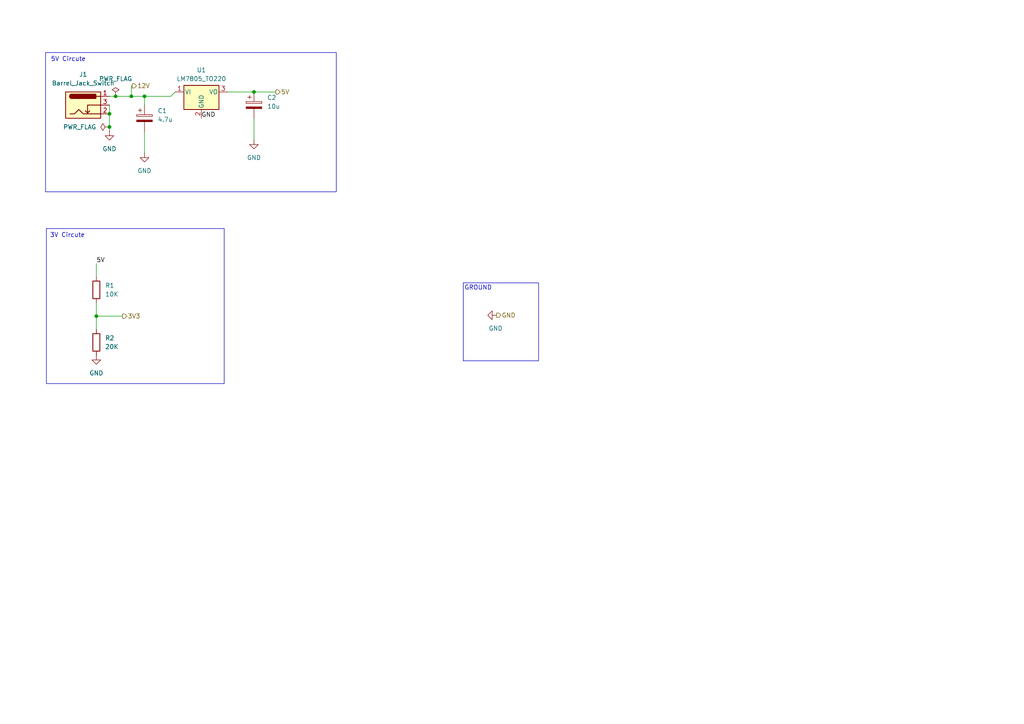
<source format=kicad_sch>
(kicad_sch (version 20250114) (generator "eeschema") (generator_version "9.0")
  (paper "A4")
  (lib_symbols
    (symbol "Connector:Barrel_Jack_Switch" (pin_names (hide yes))
      (property "Reference" "J" (at 0 5.334 0))
      (property "Value" "Barrel_Jack_Switch" (at 0 -5.08 0))
      (symbol "Barrel_Jack_Switch_0_1"
        (rectangle (start -5.08 3.81) (end 5.08 -3.81) (stroke (width 0.254)) (fill (type background)))
        (polyline (pts (xy -3.81 -2.54) (xy -2.54 -2.54) (xy -1.27 -1.27) (xy 0 -2.54) (xy 2.54 -2.54) (xy 5.08 -2.54)) (stroke (width 0.254)))
        (arc (start -3.302 1.905) (mid -3.9343 2.54) (end -3.302 3.175) (stroke (width 0.254)))
        (arc (start -3.302 1.905) (mid -3.9343 2.54) (end -3.302 3.175) (stroke (width 0.254)) (fill (type outline)))
        (polyline (pts (xy 1.27 -2.286) (xy 1.905 -1.651)) (stroke (width 0.254)))
        (rectangle (start 3.683 3.175) (end -3.302 1.905) (stroke (width 0.254)) (fill (type outline)))
        (polyline (pts (xy 5.08 2.54) (xy 3.81 2.54)) (stroke (width 0.254)))
        (polyline (pts (xy 5.08 0) (xy 1.27 0) (xy 1.27 -2.286) (xy 0.635 -1.651)) (stroke (width 0.254)))
      )
      (symbol "Barrel_Jack_Switch_1_1"
        (pin passive line (at 7.62 2.54 180) (length 2.54) (name "~") (number "1"))
        (pin passive line (at 7.62 0 180) (length 2.54) (name "~") (number "3"))
        (pin passive line (at 7.62 -2.54 180) (length 2.54) (name "~") (number "2"))
      )
    )
    (symbol "Device:C_Polarized" (pin_numbers (hide yes)) (pin_names (offset 0.254))
      (property "Reference" "C" (at 0.635 2.54 0))
      (property "Value" "C_Polarized" (at 0.635 -2.54 0))
      (symbol "C_Polarized_0_1"
        (rectangle (start -2.286 0.508) (end 2.286 1.016))
        (polyline (pts (xy -1.778 2.286) (xy -0.762 2.286)))
        (polyline (pts (xy -1.27 2.794) (xy -1.27 1.778)))
        (rectangle (start 2.286 -0.508) (end -2.286 -1.016) (fill (type outline)))
      )
      (symbol "C_Polarized_1_1"
        (pin passive line (at 0 3.81 270) (length 2.794) (name "~") (number "1"))
        (pin passive line (at 0 -3.81 90) (length 2.794) (name "~") (number "2"))
      )
    )
    (symbol "Device:R" (pin_numbers (hide yes)) (pin_names (offset 0))
      (property "Reference" "R" (at 2.032 0 90))
      (property "Value" "R" (at 0 0 90))
      (symbol "R_0_1"
        (rectangle (start -1.016 -2.54) (end 1.016 2.54) (stroke (width 0.254)))
      )
      (symbol "R_1_1"
        (pin passive line (at 0 3.81 270) (length 1.27) (name "~") (number "1"))
        (pin passive line (at 0 -3.81 90) (length 1.27) (name "~") (number "2"))
      )
    )
    (symbol "Regulator_Linear:LM7805_TO220" (pin_names (offset 0.254))
      (property "Reference" "U" (at -3.81 3.175 0))
      (property "Value" "LM7805_TO220" (at 0 3.175 0))
      (symbol "LM7805_TO220_0_1"
        (rectangle (start -5.08 1.905) (end 5.08 -5.08) (stroke (width 0.254)) (fill (type background)))
      )
      (symbol "LM7805_TO220_1_1"
        (pin power_in line (at -7.62 0 0) (length 2.54) (name "VI") (number "1"))
        (pin power_in line (at 0 -7.62 90) (length 2.54) (name "GND") (number "2"))
        (pin power_out line (at 7.62 0 180) (length 2.54) (name "VO") (number "3"))
      )
    )
    (symbol "power:GND" (power) (pin_numbers (hide yes)) (pin_names (offset 0) (hide yes))
      (property "Value" "GND" (at 0 -3.81 0))
      (symbol "GND_0_1"
        (polyline (pts (xy 0 0) (xy 0 -1.27) (xy 1.27 -1.27) (xy 0 -2.54) (xy -1.27 -1.27) (xy 0 -1.27)))
      )
      (symbol "GND_1_1"
        (pin power_in line (at 0 0 270) (length 0) (name "~") (number "1"))
      )
    )
    (symbol "power:PWR_FLAG" (power) (pin_numbers (hide yes)) (pin_names (offset 0) (hide yes))
      (property "Value" "PWR_FLAG" (at 0 3.81 0))
      (symbol "PWR_FLAG_0_0"
        (pin power_out line (at 0 0 90) (length 0) (name "~") (number "1"))
      )
      (symbol "PWR_FLAG_0_1"
        (polyline (pts (xy 0 0) (xy 0 1.27) (xy -1.016 1.905) (xy 0 2.54) (xy 1.016 1.905) (xy 0 1.27)))
      )
    )
  )
  (rectangle (start 134.366 82.042) (end 156.21 104.648))
  (rectangle (start 13.462 66.294) (end 65.024 111.252))
  (rectangle (start 13.208 15.24) (end 97.536 55.626))
  (text "GROUND" (at 138.684 83.566 0) (effects (font (size 1.27 1.27))))
  (text "5V Circute" (at 19.812 17.272 0) (effects (font (size 1.27 1.27))))
  (text "3V Circute" (at 19.558 68.326 0) (effects (font (size 1.27 1.27))))
  (junction (at 38.1 27.94))
  (junction (at 27.94 91.694))
  (junction (at 41.91 27.94))
  (junction (at 31.75 33.02))
  (junction (at 31.75 36.83))
  (junction (at 73.66 26.67))
  (junction (at 33.528 27.94))
  (wire (pts (xy 41.91 38.1) (xy 41.91 44.45)))
  (wire (pts (xy 31.75 27.94) (xy 33.528 27.94)))
  (wire (pts (xy 27.94 91.694) (xy 27.94 95.504)))
  (wire (pts (xy 73.66 26.67) (xy 80.01 26.67)))
  (wire (pts (xy 41.91 27.94) (xy 49.53 27.94)))
  (wire (pts (xy 33.528 27.94) (xy 38.1 27.94)))
  (wire (pts (xy 73.66 34.29) (xy 73.66 40.64)))
  (wire (pts (xy 31.75 33.02) (xy 31.75 36.83)))
  (wire (pts (xy 38.354 24.892) (xy 38.1 24.892)))
  (wire (pts (xy 49.53 27.94) (xy 50.8 26.67)))
  (wire (pts (xy 31.75 30.48) (xy 31.75 33.02)))
  (wire (pts (xy 31.75 36.83) (xy 31.75 38.1)))
  (wire (pts (xy 27.94 91.694) (xy 35.56 91.694)))
  (wire (pts (xy 38.1 27.94) (xy 41.91 27.94)))
  (wire (pts (xy 38.1 24.892) (xy 38.1 27.94)))
  (wire (pts (xy 27.94 76.454) (xy 27.94 80.264)))
  (wire (pts (xy 41.91 27.94) (xy 41.91 30.48)))
  (wire (pts (xy 27.94 87.884) (xy 27.94 91.694)))
  (wire (pts (xy 66.04 26.67) (xy 73.66 26.67)))
  (label "GND" (at 58.42 34.29 0))
  (label "5V" (at 27.94 76.454 0))
  (hierarchical_label "GND" (shape output) (at 144.018 91.44 0))
  (hierarchical_label "3V3" (shape output) (at 35.56 91.694 0))
  (hierarchical_label "12V" (shape output) (at 38.354 24.892 0))
  (hierarchical_label "5V" (shape output) (at 80.01 26.67 0))
  (symbol (lib_id "power:PWR_FLAG") (at 31.75 36.83 90) (unit 1)
    (property "Reference" "#FLG01" (effects (hide yes)))
    (property "Value" "PWR_FLAG" (at 27.94 36.8299 90) (effects (justify left)))
    (property "Description" "Special symbol for telling ERC where power comes from" (effects (hide yes)))
  )
  (symbol (lib_id "Connector:Barrel_Jack_Switch") (at 24.13 30.48 0) (unit 1)
    (property "Reference" "J1" (at 24.13 21.59 0))
    (property "Value" "Barrel_Jack_Switch" (at 24.13 24.13 0))
    (property "Footprint" "Connector_BarrelJack:BarrelJack_Horizontal" (effects (hide yes)))
    (property "Description" "DC Barrel Jack with an internal switch" (effects (hide yes)))
  )
  (symbol (lib_id "power:GND") (at 73.66 40.64 0) (unit 1)
    (property "Reference" "#PWR04" (effects (hide yes)))
    (property "Value" "GND" (at 73.66 45.72 0))
    (property "Description" "Power symbol creates a global label with name \"GND\" , ground" (effects (hide yes)))
  )
  (symbol (lib_id "Device:C_Polarized") (at 73.66 30.48 0) (unit 1)
    (property "Reference" "C2" (at 77.47 28.3209 0) (effects (justify left)))
    (property "Value" "10u" (at 77.47 30.8609 0) (effects (justify left)))
    (property "Footprint" "Capacitor_THT:CP_Radial_D4.0mm_P1.50mm" (effects (hide yes)))
    (property "Description" "Polarized capacitor" (effects (hide yes)))
  )
  (symbol (lib_id "Device:R") (at 27.94 84.074 0) (unit 1)
    (property "Reference" "R1" (at 30.48 82.8039 0) (effects (justify left)))
    (property "Value" "10K" (at 30.48 85.3439 0) (effects (justify left)))
    (property "Footprint" "Resistor_THT:R_Axial_DIN0207_L6.3mm_D2.5mm_P7.62mm_Horizontal" (effects (hide yes)))
    (property "Description" "Resistor" (effects (hide yes)))
  )
  (symbol (lib_id "power:GND") (at 31.75 38.1 0) (unit 1)
    (property "Reference" "#PWR02" (effects (hide yes)))
    (property "Value" "GND" (at 31.75 43.18 0))
    (property "Description" "Power symbol creates a global label with name \"GND\" , ground" (effects (hide yes)))
  )
  (symbol (lib_id "power:GND") (at 41.91 44.45 0) (unit 1)
    (property "Reference" "#PWR03" (effects (hide yes)))
    (property "Value" "GND" (at 41.91 49.53 0))
    (property "Description" "Power symbol creates a global label with name \"GND\" , ground" (effects (hide yes)))
  )
  (symbol (lib_id "Device:R") (at 27.94 99.314 0) (unit 1)
    (property "Reference" "R2" (at 30.48 98.0439 0) (effects (justify left)))
    (property "Value" "20K" (at 30.48 100.5839 0) (effects (justify left)))
    (property "Footprint" "Resistor_THT:R_Axial_DIN0207_L6.3mm_D2.5mm_P7.62mm_Horizontal" (effects (hide yes)))
    (property "Description" "Resistor" (effects (hide yes)))
  )
  (symbol (lib_id "power:GND") (at 144.018 91.44 270) (unit 1)
    (property "Reference" "#PWR01" (effects (hide yes)))
    (property "Value" "GND" (at 145.796 95.25 90) (effects (justify right)))
    (property "Description" "Power symbol creates a global label with name \"GND\" , ground" (effects (hide yes)))
  )
  (symbol (lib_id "Device:C_Polarized") (at 41.91 34.29 0) (unit 1)
    (property "Reference" "C1" (at 45.72 32.1309 0) (effects (justify left)))
    (property "Value" "4.7u" (at 45.72 34.6709 0) (effects (justify left)))
    (property "Footprint" "Capacitor_THT:CP_Radial_D4.0mm_P1.50mm" (effects (hide yes)))
    (property "Description" "Polarized capacitor" (effects (hide yes)))
  )
  (symbol (lib_id "power:GND") (at 27.94 103.124 0) (unit 1)
    (property "Reference" "#PWR05" (effects (hide yes)))
    (property "Value" "GND" (at 27.94 108.204 0))
    (property "Description" "Power symbol creates a global label with name \"GND\" , ground" (effects (hide yes)))
  )
  (symbol (lib_id "Regulator_Linear:LM7805_TO220") (at 58.42 26.67 0) (unit 1)
    (property "Reference" "U1" (at 58.42 20.32 0))
    (property "Value" "LM7805_TO220" (at 58.42 22.86 0))
    (property "Footprint" "Package_TO_SOT_THT:TO-220-3_Vertical" (effects (hide yes)))
    (property "Datasheet" "https://www.onsemi.cn/PowerSolutions/document/MC7800-D.PDF" (effects (hide yes)))
    (property "Description" "Positive 1A 35V Linear Regulator, Fixed Output 5V, TO-220" (effects (hide yes)))
  )
  (symbol (lib_id "power:PWR_FLAG") (at 33.528 27.94 0) (unit 1)
    (property "Reference" "#FLG02" (effects (hide yes)))
    (property "Value" "PWR_FLAG" (at 33.528 22.86 0))
    (property "Description" "Special symbol for telling ERC where power comes from" (effects (hide yes)))
  )
)
</source>
